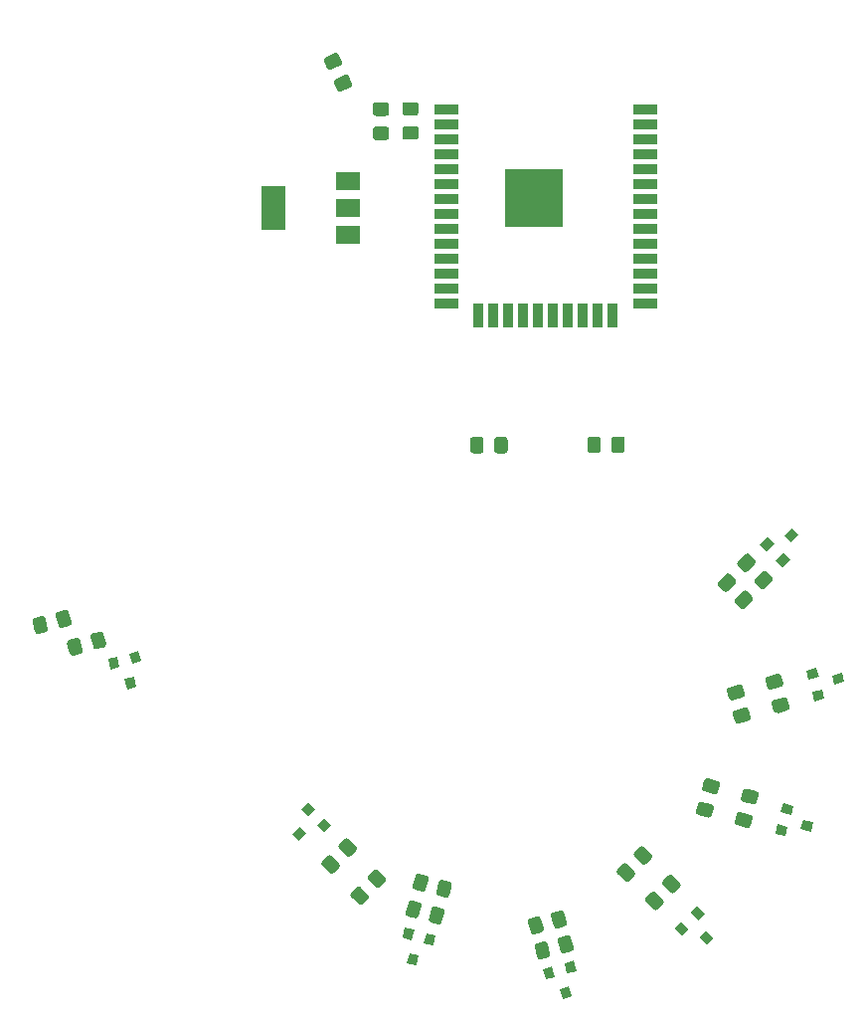
<source format=gbr>
%TF.GenerationSoftware,KiCad,Pcbnew,(5.1.6)-1*%
%TF.CreationDate,2020-11-10T08:59:03-03:00*%
%TF.ProjectId,8rel,3872656c-2e6b-4696-9361-645f70636258,rev?*%
%TF.SameCoordinates,Original*%
%TF.FileFunction,Paste,Top*%
%TF.FilePolarity,Positive*%
%FSLAX46Y46*%
G04 Gerber Fmt 4.6, Leading zero omitted, Abs format (unit mm)*
G04 Created by KiCad (PCBNEW (5.1.6)-1) date 2020-11-10 08:59:03*
%MOMM*%
%LPD*%
G01*
G04 APERTURE LIST*
%ADD10C,0.100000*%
%ADD11R,2.000000X1.500000*%
%ADD12R,2.000000X3.800000*%
%ADD13R,2.000000X0.900000*%
%ADD14R,0.900000X2.000000*%
%ADD15R,5.000000X5.000000*%
G04 APERTURE END LIST*
%TO.C,C6*%
G36*
G01*
X88730944Y-50813636D02*
X87830942Y-50813636D01*
G75*
G02*
X87580943Y-50563637I0J249999D01*
G01*
X87580943Y-49913635D01*
G75*
G02*
X87830942Y-49663636I249999J0D01*
G01*
X88730944Y-49663636D01*
G75*
G02*
X88980943Y-49913635I0J-249999D01*
G01*
X88980943Y-50563637D01*
G75*
G02*
X88730944Y-50813636I-249999J0D01*
G01*
G37*
G36*
G01*
X88730944Y-52863636D02*
X87830942Y-52863636D01*
G75*
G02*
X87580943Y-52613637I0J249999D01*
G01*
X87580943Y-51963635D01*
G75*
G02*
X87830942Y-51713636I249999J0D01*
G01*
X88730944Y-51713636D01*
G75*
G02*
X88980943Y-51963635I0J-249999D01*
G01*
X88980943Y-52613637D01*
G75*
G02*
X88730944Y-52863636I-249999J0D01*
G01*
G37*
%TD*%
%TO.C,C4*%
G36*
G01*
X86220944Y-50843636D02*
X85320942Y-50843636D01*
G75*
G02*
X85070943Y-50593637I0J249999D01*
G01*
X85070943Y-49943635D01*
G75*
G02*
X85320942Y-49693636I249999J0D01*
G01*
X86220944Y-49693636D01*
G75*
G02*
X86470943Y-49943635I0J-249999D01*
G01*
X86470943Y-50593637D01*
G75*
G02*
X86220944Y-50843636I-249999J0D01*
G01*
G37*
G36*
G01*
X86220944Y-52893636D02*
X85320942Y-52893636D01*
G75*
G02*
X85070943Y-52643637I0J249999D01*
G01*
X85070943Y-51993635D01*
G75*
G02*
X85320942Y-51743636I249999J0D01*
G01*
X86220944Y-51743636D01*
G75*
G02*
X86470943Y-51993635I0J-249999D01*
G01*
X86470943Y-52643637D01*
G75*
G02*
X86220944Y-52893636I-249999J0D01*
G01*
G37*
%TD*%
%TO.C,R19*%
G36*
G01*
X119075728Y-90407024D02*
X118439331Y-91043421D01*
G75*
G02*
X118085779Y-91043421I-176776J176776D01*
G01*
X117626158Y-90583800D01*
G75*
G02*
X117626158Y-90230248I176776J176776D01*
G01*
X118262555Y-89593851D01*
G75*
G02*
X118616107Y-89593851I176776J-176776D01*
G01*
X119075728Y-90053472D01*
G75*
G02*
X119075728Y-90407024I-176776J-176776D01*
G01*
G37*
G36*
G01*
X117626160Y-88957456D02*
X116989763Y-89593853D01*
G75*
G02*
X116636211Y-89593853I-176776J176776D01*
G01*
X116176590Y-89134232D01*
G75*
G02*
X116176590Y-88780680I176776J176776D01*
G01*
X116812987Y-88144283D01*
G75*
G02*
X117166539Y-88144283I176776J-176776D01*
G01*
X117626160Y-88603904D01*
G75*
G02*
X117626160Y-88957456I-176776J-176776D01*
G01*
G37*
%TD*%
%TO.C,R17*%
G36*
G01*
X120381259Y-101410260D02*
X119511924Y-101643197D01*
G75*
G02*
X119205739Y-101466422I-64705J241480D01*
G01*
X119037506Y-100838568D01*
G75*
G02*
X119214281Y-100532383I241480J64705D01*
G01*
X120083616Y-100299445D01*
G75*
G02*
X120389801Y-100476220I64705J-241480D01*
G01*
X120558034Y-101104074D01*
G75*
G02*
X120381259Y-101410259I-241480J-64705D01*
G01*
G37*
G36*
G01*
X119850679Y-99430112D02*
X118981344Y-99663049D01*
G75*
G02*
X118675159Y-99486274I-64705J241480D01*
G01*
X118506926Y-98858420D01*
G75*
G02*
X118683701Y-98552235I241480J64705D01*
G01*
X119553036Y-98319297D01*
G75*
G02*
X119859221Y-98496072I64705J-241480D01*
G01*
X120027454Y-99123926D01*
G75*
G02*
X119850679Y-99430111I-241480J-64705D01*
G01*
G37*
%TD*%
%TO.C,R15*%
G36*
G01*
X116945557Y-111411950D02*
X116076221Y-111179012D01*
G75*
G02*
X115899446Y-110872827I64705J241480D01*
G01*
X116067679Y-110244973D01*
G75*
G02*
X116373864Y-110068198I241480J-64705D01*
G01*
X117243199Y-110301136D01*
G75*
G02*
X117419974Y-110607321I-64705J-241480D01*
G01*
X117251741Y-111235175D01*
G75*
G02*
X116945556Y-111411950I-241480J64705D01*
G01*
G37*
G36*
G01*
X117476137Y-109431802D02*
X116606801Y-109198864D01*
G75*
G02*
X116430026Y-108892679I64705J241480D01*
G01*
X116598259Y-108264825D01*
G75*
G02*
X116904444Y-108088050I241480J-64705D01*
G01*
X117773779Y-108320988D01*
G75*
G02*
X117950554Y-108627173I-64705J-241480D01*
G01*
X117782321Y-109255027D01*
G75*
G02*
X117476136Y-109431802I-241480J64705D01*
G01*
G37*
%TD*%
%TO.C,R13*%
G36*
G01*
X108969308Y-118355817D02*
X108332911Y-117719420D01*
G75*
G02*
X108332911Y-117365868I176776J176776D01*
G01*
X108792532Y-116906247D01*
G75*
G02*
X109146084Y-116906247I176776J-176776D01*
G01*
X109782481Y-117542644D01*
G75*
G02*
X109782481Y-117896196I-176776J-176776D01*
G01*
X109322860Y-118355817D01*
G75*
G02*
X108969308Y-118355817I-176776J176776D01*
G01*
G37*
G36*
G01*
X110418876Y-116906249D02*
X109782479Y-116269852D01*
G75*
G02*
X109782479Y-115916300I176776J176776D01*
G01*
X110242100Y-115456679D01*
G75*
G02*
X110595652Y-115456679I176776J-176776D01*
G01*
X111232049Y-116093076D01*
G75*
G02*
X111232049Y-116446628I-176776J-176776D01*
G01*
X110772428Y-116906249D01*
G75*
G02*
X110418876Y-116906249I-176776J176776D01*
G01*
G37*
%TD*%
%TO.C,R11*%
G36*
G01*
X101939882Y-120745147D02*
X102172819Y-121614482D01*
G75*
G02*
X101996044Y-121920667I-241480J-64705D01*
G01*
X101368190Y-122088900D01*
G75*
G02*
X101062005Y-121912125I-64705J241480D01*
G01*
X100829067Y-121042790D01*
G75*
G02*
X101005842Y-120736605I241480J64705D01*
G01*
X101633696Y-120568372D01*
G75*
G02*
X101939881Y-120745147I64705J-241480D01*
G01*
G37*
G36*
G01*
X99959734Y-121275727D02*
X100192671Y-122145062D01*
G75*
G02*
X100015896Y-122451247I-241480J-64705D01*
G01*
X99388042Y-122619480D01*
G75*
G02*
X99081857Y-122442705I-64705J241480D01*
G01*
X98848919Y-121573370D01*
G75*
G02*
X99025694Y-121267185I241480J64705D01*
G01*
X99653548Y-121098952D01*
G75*
G02*
X99959733Y-121275727I64705J-241480D01*
G01*
G37*
%TD*%
%TO.C,R9*%
G36*
G01*
X91192819Y-118582789D02*
X90959881Y-119452125D01*
G75*
G02*
X90653696Y-119628900I-241480J64705D01*
G01*
X90025842Y-119460667D01*
G75*
G02*
X89849067Y-119154482I64705J241480D01*
G01*
X90082005Y-118285147D01*
G75*
G02*
X90388190Y-118108372I241480J-64705D01*
G01*
X91016044Y-118276605D01*
G75*
G02*
X91192819Y-118582790I-64705J-241480D01*
G01*
G37*
G36*
G01*
X89212671Y-118052209D02*
X88979733Y-118921545D01*
G75*
G02*
X88673548Y-119098320I-241480J64705D01*
G01*
X88045694Y-118930087D01*
G75*
G02*
X87868919Y-118623902I64705J241480D01*
G01*
X88101857Y-117754567D01*
G75*
G02*
X88408042Y-117577792I241480J-64705D01*
G01*
X89035896Y-117746025D01*
G75*
G02*
X89212671Y-118052210I-64705J-241480D01*
G01*
G37*
%TD*%
%TO.C,R7*%
G36*
G01*
X81402987Y-115262989D02*
X80766590Y-114626592D01*
G75*
G02*
X80766590Y-114273040I176776J176776D01*
G01*
X81226211Y-113813419D01*
G75*
G02*
X81579763Y-113813419I176776J-176776D01*
G01*
X82216160Y-114449816D01*
G75*
G02*
X82216160Y-114803368I-176776J-176776D01*
G01*
X81756539Y-115262989D01*
G75*
G02*
X81402987Y-115262989I-176776J176776D01*
G01*
G37*
G36*
G01*
X82852555Y-113813421D02*
X82216158Y-113177024D01*
G75*
G02*
X82216158Y-112823472I176776J176776D01*
G01*
X82675779Y-112363851D01*
G75*
G02*
X83029331Y-112363851I176776J-176776D01*
G01*
X83665728Y-113000248D01*
G75*
G02*
X83665728Y-113353800I-176776J-176776D01*
G01*
X83206107Y-113813421D01*
G75*
G02*
X82852555Y-113813421I-176776J176776D01*
G01*
G37*
%TD*%
%TO.C,R18*%
G36*
G01*
X114496590Y-90470680D02*
X115132987Y-89834283D01*
G75*
G02*
X115486539Y-89834283I176776J-176776D01*
G01*
X115946160Y-90293904D01*
G75*
G02*
X115946160Y-90647456I-176776J-176776D01*
G01*
X115309763Y-91283853D01*
G75*
G02*
X114956211Y-91283853I-176776J176776D01*
G01*
X114496590Y-90824232D01*
G75*
G02*
X114496590Y-90470680I176776J176776D01*
G01*
G37*
G36*
G01*
X115946158Y-91920248D02*
X116582555Y-91283851D01*
G75*
G02*
X116936107Y-91283851I176776J-176776D01*
G01*
X117395728Y-91743472D01*
G75*
G02*
X117395728Y-92097024I-176776J-176776D01*
G01*
X116759331Y-92733421D01*
G75*
G02*
X116405779Y-92733421I-176776J176776D01*
G01*
X115946158Y-92273800D01*
G75*
G02*
X115946158Y-91920248I176776J176776D01*
G01*
G37*
%TD*%
%TO.C,R16*%
G36*
G01*
X115388317Y-99444462D02*
X116257652Y-99211525D01*
G75*
G02*
X116563837Y-99388300I64705J-241480D01*
G01*
X116732070Y-100016154D01*
G75*
G02*
X116555295Y-100322339I-241480J-64705D01*
G01*
X115685960Y-100555277D01*
G75*
G02*
X115379775Y-100378502I-64705J241480D01*
G01*
X115211542Y-99750648D01*
G75*
G02*
X115388317Y-99444463I241480J64705D01*
G01*
G37*
G36*
G01*
X115918897Y-101424610D02*
X116788232Y-101191673D01*
G75*
G02*
X117094417Y-101368448I64705J-241480D01*
G01*
X117262650Y-101996302D01*
G75*
G02*
X117085875Y-102302487I-241480J-64705D01*
G01*
X116216540Y-102535425D01*
G75*
G02*
X115910355Y-102358650I-64705J241480D01*
G01*
X115742122Y-101730796D01*
G75*
G02*
X115918897Y-101424611I241480J64705D01*
G01*
G37*
%TD*%
%TO.C,R14*%
G36*
G01*
X113604443Y-107213049D02*
X114473779Y-107445987D01*
G75*
G02*
X114650554Y-107752172I-64705J-241480D01*
G01*
X114482321Y-108380026D01*
G75*
G02*
X114176136Y-108556801I-241480J64705D01*
G01*
X113306801Y-108323863D01*
G75*
G02*
X113130026Y-108017678I64705J241480D01*
G01*
X113298259Y-107389824D01*
G75*
G02*
X113604444Y-107213049I241480J-64705D01*
G01*
G37*
G36*
G01*
X113073863Y-109193197D02*
X113943199Y-109426135D01*
G75*
G02*
X114119974Y-109732320I-64705J-241480D01*
G01*
X113951741Y-110360174D01*
G75*
G02*
X113645556Y-110536949I-241480J64705D01*
G01*
X112776221Y-110304011D01*
G75*
G02*
X112599446Y-109997826I64705J241480D01*
G01*
X112767679Y-109369972D01*
G75*
G02*
X113073864Y-109193197I241480J-64705D01*
G01*
G37*
%TD*%
%TO.C,R12*%
G36*
G01*
X108175268Y-113048906D02*
X108811665Y-113685303D01*
G75*
G02*
X108811665Y-114038855I-176776J-176776D01*
G01*
X108352044Y-114498476D01*
G75*
G02*
X107998492Y-114498476I-176776J176776D01*
G01*
X107362095Y-113862079D01*
G75*
G02*
X107362095Y-113508527I176776J176776D01*
G01*
X107821716Y-113048906D01*
G75*
G02*
X108175268Y-113048906I176776J-176776D01*
G01*
G37*
G36*
G01*
X106725700Y-114498474D02*
X107362097Y-115134871D01*
G75*
G02*
X107362097Y-115488423I-176776J-176776D01*
G01*
X106902476Y-115948044D01*
G75*
G02*
X106548924Y-115948044I-176776J176776D01*
G01*
X105912527Y-115311647D01*
G75*
G02*
X105912527Y-114958095I176776J176776D01*
G01*
X106372148Y-114498474D01*
G75*
G02*
X106725700Y-114498474I176776J-176776D01*
G01*
G37*
%TD*%
%TO.C,R10*%
G36*
G01*
X98511856Y-120312705D02*
X98278919Y-119443370D01*
G75*
G02*
X98455694Y-119137185I241480J64705D01*
G01*
X99083548Y-118968952D01*
G75*
G02*
X99389733Y-119145727I64705J-241480D01*
G01*
X99622671Y-120015062D01*
G75*
G02*
X99445896Y-120321247I-241480J-64705D01*
G01*
X98818042Y-120489480D01*
G75*
G02*
X98511857Y-120312705I-64705J241480D01*
G01*
G37*
G36*
G01*
X100492004Y-119782125D02*
X100259067Y-118912790D01*
G75*
G02*
X100435842Y-118606605I241480J64705D01*
G01*
X101063696Y-118438372D01*
G75*
G02*
X101369881Y-118615147I64705J-241480D01*
G01*
X101602819Y-119484482D01*
G75*
G02*
X101426044Y-119790667I-241480J-64705D01*
G01*
X100798190Y-119958900D01*
G75*
G02*
X100492005Y-119782125I-64705J241480D01*
G01*
G37*
%TD*%
%TO.C,R8*%
G36*
G01*
X88488919Y-116363903D02*
X88721857Y-115494567D01*
G75*
G02*
X89028042Y-115317792I241480J-64705D01*
G01*
X89655896Y-115486025D01*
G75*
G02*
X89832671Y-115792210I-64705J-241480D01*
G01*
X89599733Y-116661545D01*
G75*
G02*
X89293548Y-116838320I-241480J64705D01*
G01*
X88665694Y-116670087D01*
G75*
G02*
X88488919Y-116363902I64705J241480D01*
G01*
G37*
G36*
G01*
X90469067Y-116894483D02*
X90702005Y-116025147D01*
G75*
G02*
X91008190Y-115848372I241480J-64705D01*
G01*
X91636044Y-116016605D01*
G75*
G02*
X91812819Y-116322790I-64705J-241480D01*
G01*
X91579881Y-117192125D01*
G75*
G02*
X91273696Y-117368900I-241480J64705D01*
G01*
X90645842Y-117200667D01*
G75*
G02*
X90469067Y-116894482I64705J241480D01*
G01*
G37*
%TD*%
%TO.C,R6*%
G36*
G01*
X85499331Y-115013851D02*
X86135728Y-115650248D01*
G75*
G02*
X86135728Y-116003800I-176776J-176776D01*
G01*
X85676107Y-116463421D01*
G75*
G02*
X85322555Y-116463421I-176776J176776D01*
G01*
X84686158Y-115827024D01*
G75*
G02*
X84686158Y-115473472I176776J176776D01*
G01*
X85145779Y-115013851D01*
G75*
G02*
X85499331Y-115013851I176776J-176776D01*
G01*
G37*
G36*
G01*
X84049763Y-116463419D02*
X84686160Y-117099816D01*
G75*
G02*
X84686160Y-117453368I-176776J-176776D01*
G01*
X84226539Y-117912989D01*
G75*
G02*
X83872987Y-117912989I-176776J176776D01*
G01*
X83236590Y-117276592D01*
G75*
G02*
X83236590Y-116923040I176776J176776D01*
G01*
X83696211Y-116463419D01*
G75*
G02*
X84049763Y-116463419I176776J-176776D01*
G01*
G37*
%TD*%
%TO.C,R5*%
G36*
G01*
X61252078Y-96046835D02*
X61019141Y-95177500D01*
G75*
G02*
X61195916Y-94871315I241480J64705D01*
G01*
X61823770Y-94703082D01*
G75*
G02*
X62129955Y-94879857I64705J-241480D01*
G01*
X62362893Y-95749192D01*
G75*
G02*
X62186118Y-96055377I-241480J-64705D01*
G01*
X61558264Y-96223610D01*
G75*
G02*
X61252079Y-96046835I-64705J241480D01*
G01*
G37*
G36*
G01*
X59271930Y-96577415D02*
X59038993Y-95708080D01*
G75*
G02*
X59215768Y-95401895I241480J64705D01*
G01*
X59843622Y-95233662D01*
G75*
G02*
X60149807Y-95410437I64705J-241480D01*
G01*
X60382745Y-96279772D01*
G75*
G02*
X60205970Y-96585957I-241480J-64705D01*
G01*
X59578116Y-96754190D01*
G75*
G02*
X59271931Y-96577415I-64705J241480D01*
G01*
G37*
%TD*%
D10*
%TO.C,Q8*%
G36*
X118624815Y-87860142D02*
G01*
X118059129Y-87294456D01*
X118695525Y-86658060D01*
X119261211Y-87223746D01*
X118624815Y-87860142D01*
G37*
G36*
X119968318Y-89203645D02*
G01*
X119402632Y-88637959D01*
X120039028Y-88001563D01*
X120604714Y-88567249D01*
X119968318Y-89203645D01*
G37*
G36*
X120710780Y-87117680D02*
G01*
X120145094Y-86551994D01*
X120781490Y-85915598D01*
X121347176Y-86481284D01*
X120710780Y-87117680D01*
G37*
%TD*%
%TO.C,Q7*%
G36*
X122199491Y-98798983D02*
G01*
X121992436Y-98026242D01*
X122861769Y-97793305D01*
X123068824Y-98566046D01*
X122199491Y-98798983D01*
G37*
G36*
X122691247Y-100634242D02*
G01*
X122484192Y-99861501D01*
X123353525Y-99628564D01*
X123560580Y-100401305D01*
X122691247Y-100634242D01*
G37*
G36*
X124377221Y-99198974D02*
G01*
X124170166Y-98426233D01*
X125039499Y-98193296D01*
X125246554Y-98966037D01*
X124377221Y-99198974D01*
G37*
%TD*%
%TO.C,Q6*%
G36*
X119825832Y-110059634D02*
G01*
X120032887Y-109286893D01*
X120902220Y-109519830D01*
X120695165Y-110292571D01*
X119825832Y-110059634D01*
G37*
G36*
X119334076Y-111894893D02*
G01*
X119541131Y-111122152D01*
X120410464Y-111355089D01*
X120203409Y-112127830D01*
X119334076Y-111894893D01*
G37*
G36*
X121511806Y-111494902D02*
G01*
X121718861Y-110722161D01*
X122588194Y-110955098D01*
X122381139Y-111727839D01*
X121511806Y-111494902D01*
G37*
%TD*%
%TO.C,Q5*%
G36*
X112139857Y-118624815D02*
G01*
X112705543Y-118059129D01*
X113341939Y-118695525D01*
X112776253Y-119261211D01*
X112139857Y-118624815D01*
G37*
G36*
X110796354Y-119968318D02*
G01*
X111362040Y-119402632D01*
X111998436Y-120039028D01*
X111432750Y-120604714D01*
X110796354Y-119968318D01*
G37*
G36*
X112882319Y-120710780D02*
G01*
X113448005Y-120145094D01*
X114084401Y-120781490D01*
X113518715Y-121347176D01*
X112882319Y-120710780D01*
G37*
%TD*%
%TO.C,Q4*%
G36*
X101398104Y-122927497D02*
G01*
X102170845Y-122720442D01*
X102403782Y-123589775D01*
X101631041Y-123796830D01*
X101398104Y-122927497D01*
G37*
G36*
X99562845Y-123419253D02*
G01*
X100335586Y-123212198D01*
X100568523Y-124081531D01*
X99795782Y-124288586D01*
X99562845Y-123419253D01*
G37*
G36*
X100998113Y-125105227D02*
G01*
X101770854Y-124898172D01*
X102003791Y-125767505D01*
X101231050Y-125974560D01*
X100998113Y-125105227D01*
G37*
%TD*%
%TO.C,Q3*%
G36*
X89667490Y-120370394D02*
G01*
X90440231Y-120577449D01*
X90207294Y-121446782D01*
X89434553Y-121239727D01*
X89667490Y-120370394D01*
G37*
G36*
X87832231Y-119878638D02*
G01*
X88604972Y-120085693D01*
X88372035Y-120955026D01*
X87599294Y-120747971D01*
X87832231Y-119878638D01*
G37*
G36*
X88232222Y-122056368D02*
G01*
X89004963Y-122263423D01*
X88772026Y-123132756D01*
X87999285Y-122925701D01*
X88232222Y-122056368D01*
G37*
%TD*%
%TO.C,Q2*%
G36*
X80965156Y-110572240D02*
G01*
X81530842Y-111137926D01*
X80894446Y-111774322D01*
X80328760Y-111208636D01*
X80965156Y-110572240D01*
G37*
G36*
X79621653Y-109228737D02*
G01*
X80187339Y-109794423D01*
X79550943Y-110430819D01*
X78985257Y-109865133D01*
X79621653Y-109228737D01*
G37*
G36*
X78879191Y-111314702D02*
G01*
X79444877Y-111880388D01*
X78808481Y-112516784D01*
X78242795Y-111951098D01*
X78879191Y-111314702D01*
G37*
%TD*%
D11*
%TO.C,U2*%
X82930943Y-60948636D03*
X82930943Y-56348636D03*
X82930943Y-58648636D03*
D12*
X76630943Y-58648636D03*
%TD*%
%TO.C,R4*%
G36*
G01*
X58302078Y-94216835D02*
X58069141Y-93347500D01*
G75*
G02*
X58245916Y-93041315I241480J64705D01*
G01*
X58873770Y-92873082D01*
G75*
G02*
X59179955Y-93049857I64705J-241480D01*
G01*
X59412893Y-93919192D01*
G75*
G02*
X59236118Y-94225377I-241480J-64705D01*
G01*
X58608264Y-94393610D01*
G75*
G02*
X58302079Y-94216835I-64705J241480D01*
G01*
G37*
G36*
G01*
X56321930Y-94747415D02*
X56088993Y-93878080D01*
G75*
G02*
X56265768Y-93571895I241480J64705D01*
G01*
X56893622Y-93403662D01*
G75*
G02*
X57199807Y-93580437I64705J-241480D01*
G01*
X57432745Y-94449772D01*
G75*
G02*
X57255970Y-94755957I-241480J-64705D01*
G01*
X56628116Y-94924190D01*
G75*
G02*
X56321931Y-94747415I-64705J241480D01*
G01*
G37*
%TD*%
D10*
%TO.C,Q1*%
G36*
X63958113Y-98755227D02*
G01*
X64730854Y-98548172D01*
X64963791Y-99417505D01*
X64191050Y-99624560D01*
X63958113Y-98755227D01*
G37*
G36*
X62522845Y-97069253D02*
G01*
X63295586Y-96862198D01*
X63528523Y-97731531D01*
X62755782Y-97938586D01*
X62522845Y-97069253D01*
G37*
G36*
X64358104Y-96577497D02*
G01*
X65130845Y-96370442D01*
X65363782Y-97239775D01*
X64591041Y-97446830D01*
X64358104Y-96577497D01*
G37*
%TD*%
D13*
%TO.C,U1*%
X108306483Y-50287251D03*
X108306483Y-51557251D03*
X108306483Y-52827251D03*
X108306483Y-54097251D03*
X108306483Y-55367251D03*
X108306483Y-56637251D03*
X108306483Y-57907251D03*
X108306483Y-59177251D03*
X108306483Y-60447251D03*
X108306483Y-61717251D03*
X108306483Y-62987251D03*
X108306483Y-64257251D03*
X108306483Y-65527251D03*
X108306483Y-66797251D03*
D14*
X105521483Y-67797251D03*
X104251483Y-67797251D03*
X102981483Y-67797251D03*
X101711483Y-67797251D03*
X100441483Y-67797251D03*
X99171483Y-67797251D03*
X97901483Y-67797251D03*
X96631483Y-67797251D03*
X95361483Y-67797251D03*
X94091483Y-67797251D03*
D13*
X91306483Y-66797251D03*
X91306483Y-65527251D03*
X91306483Y-64257251D03*
X91306483Y-62987251D03*
X91306483Y-61717251D03*
X91306483Y-60447251D03*
X91306483Y-59177251D03*
X91306483Y-57907251D03*
X91306483Y-56637251D03*
X91306483Y-55367251D03*
X91306483Y-54097251D03*
X91306483Y-52827251D03*
X91306483Y-51557251D03*
X91306483Y-50287251D03*
D15*
X98806483Y-57787251D03*
%TD*%
%TO.C,R3*%
G36*
G01*
X81893282Y-47736653D02*
X82708961Y-47356295D01*
G75*
G02*
X83041191Y-47477217I105654J-226576D01*
G01*
X83315894Y-48066319D01*
G75*
G02*
X83194972Y-48398549I-226576J-105654D01*
G01*
X82379293Y-48778907D01*
G75*
G02*
X82047063Y-48657985I-105654J226576D01*
G01*
X81772360Y-48068883D01*
G75*
G02*
X81893282Y-47736653I226576J105654D01*
G01*
G37*
G36*
G01*
X81026914Y-45878723D02*
X81842593Y-45498365D01*
G75*
G02*
X82174823Y-45619287I105654J-226576D01*
G01*
X82449526Y-46208389D01*
G75*
G02*
X82328604Y-46540619I-226576J-105654D01*
G01*
X81512925Y-46920977D01*
G75*
G02*
X81180695Y-46800055I-105654J226576D01*
G01*
X80905992Y-46210953D01*
G75*
G02*
X81026914Y-45878723I226576J105654D01*
G01*
G37*
%TD*%
%TO.C,R2*%
G36*
G01*
X105395943Y-79258637D02*
X105395943Y-78358635D01*
G75*
G02*
X105645942Y-78108636I249999J0D01*
G01*
X106295944Y-78108636D01*
G75*
G02*
X106545943Y-78358635I0J-249999D01*
G01*
X106545943Y-79258637D01*
G75*
G02*
X106295944Y-79508636I-249999J0D01*
G01*
X105645942Y-79508636D01*
G75*
G02*
X105395943Y-79258637I0J249999D01*
G01*
G37*
G36*
G01*
X103345943Y-79258637D02*
X103345943Y-78358635D01*
G75*
G02*
X103595942Y-78108636I249999J0D01*
G01*
X104245944Y-78108636D01*
G75*
G02*
X104495943Y-78358635I0J-249999D01*
G01*
X104495943Y-79258637D01*
G75*
G02*
X104245944Y-79508636I-249999J0D01*
G01*
X103595942Y-79508636D01*
G75*
G02*
X103345943Y-79258637I0J249999D01*
G01*
G37*
%TD*%
%TO.C,R1*%
G36*
G01*
X95420943Y-79298637D02*
X95420943Y-78398635D01*
G75*
G02*
X95670942Y-78148636I249999J0D01*
G01*
X96320944Y-78148636D01*
G75*
G02*
X96570943Y-78398635I0J-249999D01*
G01*
X96570943Y-79298637D01*
G75*
G02*
X96320944Y-79548636I-249999J0D01*
G01*
X95670942Y-79548636D01*
G75*
G02*
X95420943Y-79298637I0J249999D01*
G01*
G37*
G36*
G01*
X93370943Y-79298637D02*
X93370943Y-78398635D01*
G75*
G02*
X93620942Y-78148636I249999J0D01*
G01*
X94270944Y-78148636D01*
G75*
G02*
X94520943Y-78398635I0J-249999D01*
G01*
X94520943Y-79298637D01*
G75*
G02*
X94270944Y-79548636I-249999J0D01*
G01*
X93620942Y-79548636D01*
G75*
G02*
X93370943Y-79298637I0J249999D01*
G01*
G37*
%TD*%
M02*

</source>
